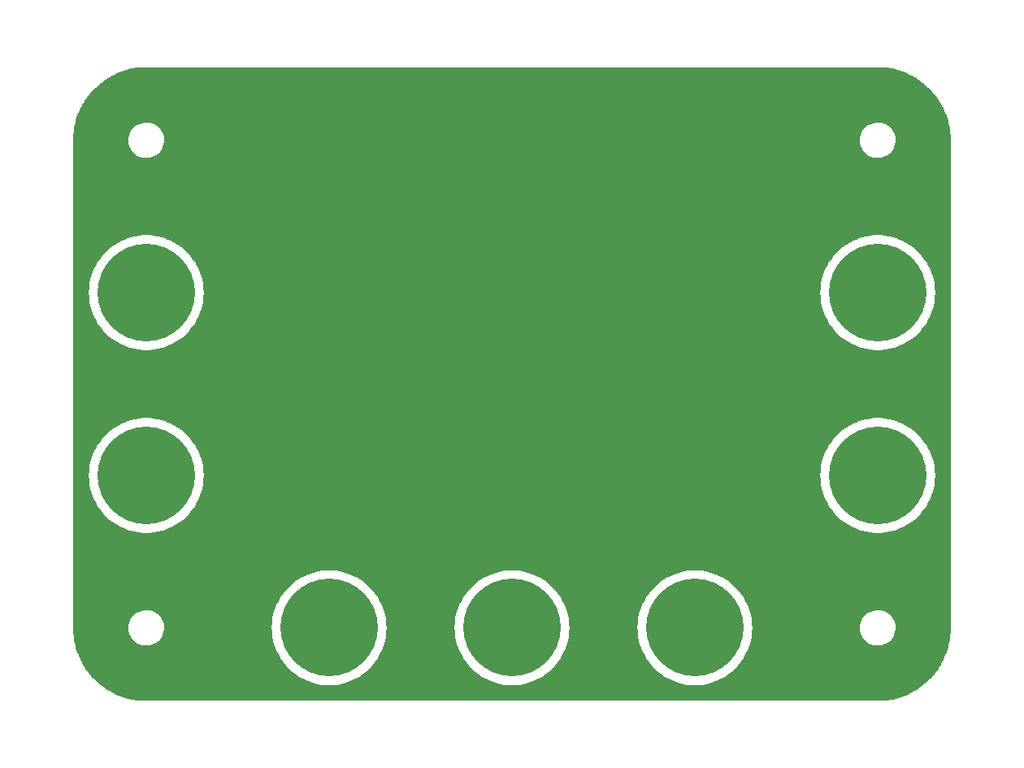
<source format=gbr>
%TF.GenerationSoftware,KiCad,Pcbnew,7.0.9*%
%TF.CreationDate,2023-11-14T16:07:15-06:00*%
%TF.ProjectId,to263-prototype,746f3236-332d-4707-926f-746f74797065,rev?*%
%TF.SameCoordinates,Original*%
%TF.FileFunction,Copper,L2,Bot*%
%TF.FilePolarity,Positive*%
%FSLAX46Y46*%
G04 Gerber Fmt 4.6, Leading zero omitted, Abs format (unit mm)*
G04 Created by KiCad (PCBNEW 7.0.9) date 2023-11-14 16:07:15*
%MOMM*%
%LPD*%
G01*
G04 APERTURE LIST*
%TA.AperFunction,ComponentPad*%
%ADD10C,10.160000*%
%TD*%
G04 APERTURE END LIST*
D10*
%TO.P,J8,1,Pin_1*%
%TO.N,GND*%
X69850000Y-50800000D03*
%TD*%
%TO.P,J4,1,Pin_1*%
%TO.N,Net-(J4-Pin_1)*%
X88900000Y-101600000D03*
%TD*%
%TO.P,J1,1,Pin_1*%
%TO.N,Net-(J1-Pin_1)*%
X50800000Y-66675000D03*
%TD*%
%TO.P,J3,1,Pin_1*%
%TO.N,Net-(J3-Pin_1)*%
X69850000Y-101600000D03*
%TD*%
%TO.P,J6,1,Pin_1*%
%TO.N,Net-(J6-Pin_1)*%
X127000000Y-85725000D03*
%TD*%
%TO.P,J5,1,Pin_1*%
%TO.N,Net-(J5-Pin_1)*%
X107950000Y-101600000D03*
%TD*%
%TO.P,J2,1,Pin_1*%
%TO.N,Net-(J2-Pin_1)*%
X50800000Y-85725000D03*
%TD*%
%TO.P,J7,1,Pin_1*%
%TO.N,Net-(J7-Pin_1)*%
X127000000Y-66675000D03*
%TD*%
%TA.AperFunction,Conductor*%
%TO.N,GND*%
G36*
X127322140Y-43191504D02*
G01*
X127522520Y-43198661D01*
X127526580Y-43198942D01*
X127814973Y-43228589D01*
X128051748Y-43254046D01*
X128055619Y-43254588D01*
X128334032Y-43302592D01*
X128575786Y-43346209D01*
X128579345Y-43346963D01*
X128841257Y-43410789D01*
X128850934Y-43413148D01*
X129092051Y-43474689D01*
X129095400Y-43475647D01*
X129360331Y-43559732D01*
X129598091Y-43638866D01*
X129601205Y-43639999D01*
X129715553Y-43685091D01*
X129858831Y-43741592D01*
X130091402Y-43837927D01*
X130094269Y-43839202D01*
X130251768Y-43914105D01*
X130343806Y-43957877D01*
X130569576Y-44070889D01*
X130572211Y-44072288D01*
X130812732Y-44207526D01*
X130898176Y-44258221D01*
X131030359Y-44336650D01*
X131032709Y-44338117D01*
X131163888Y-44424157D01*
X131263229Y-44489315D01*
X131263251Y-44489329D01*
X131472485Y-44634603D01*
X131693115Y-44801912D01*
X131891579Y-44961844D01*
X131996099Y-45052980D01*
X132100199Y-45143751D01*
X132286816Y-45317497D01*
X132482502Y-45513183D01*
X132656248Y-45699800D01*
X132708860Y-45760137D01*
X132838158Y-45908423D01*
X132947881Y-46044582D01*
X132998087Y-46106884D01*
X133165396Y-46327514D01*
X133310670Y-46536748D01*
X133461881Y-46767289D01*
X133463359Y-46769656D01*
X133592473Y-46987267D01*
X133727710Y-47227787D01*
X133729109Y-47230422D01*
X133842122Y-47456193D01*
X133960786Y-47705706D01*
X133962076Y-47708608D01*
X134058414Y-47941188D01*
X134159999Y-48198793D01*
X134161150Y-48201959D01*
X134240283Y-48439717D01*
X134324340Y-48704561D01*
X134325319Y-48707984D01*
X134386851Y-48949065D01*
X134453021Y-49220589D01*
X134453799Y-49224261D01*
X134497418Y-49466026D01*
X134545410Y-49744381D01*
X134545957Y-49748288D01*
X134571425Y-49985174D01*
X134601053Y-50273378D01*
X134601338Y-50277506D01*
X134608507Y-50478225D01*
X134619500Y-50800001D01*
X134619500Y-101599999D01*
X134608507Y-101921774D01*
X134601338Y-102122492D01*
X134601053Y-102126620D01*
X134571425Y-102414825D01*
X134545957Y-102651710D01*
X134545410Y-102655617D01*
X134497418Y-102933973D01*
X134453799Y-103175737D01*
X134453021Y-103179409D01*
X134386851Y-103450934D01*
X134325319Y-103692014D01*
X134324340Y-103695437D01*
X134240283Y-103960282D01*
X134161150Y-104198039D01*
X134160000Y-104201205D01*
X134058414Y-104458811D01*
X133962076Y-104691390D01*
X133960786Y-104694292D01*
X133842122Y-104943806D01*
X133729109Y-105169576D01*
X133727710Y-105172211D01*
X133592473Y-105412732D01*
X133463359Y-105630342D01*
X133461881Y-105632709D01*
X133310670Y-105863251D01*
X133165396Y-106072485D01*
X132998087Y-106293115D01*
X132838151Y-106491585D01*
X132656248Y-106700199D01*
X132482502Y-106886816D01*
X132286816Y-107082502D01*
X132100199Y-107256248D01*
X131891585Y-107438151D01*
X131693115Y-107598087D01*
X131472485Y-107765396D01*
X131263251Y-107910670D01*
X131032709Y-108061881D01*
X131030342Y-108063359D01*
X130812732Y-108192473D01*
X130572211Y-108327710D01*
X130569576Y-108329109D01*
X130343806Y-108442122D01*
X130094292Y-108560786D01*
X130091390Y-108562076D01*
X129858811Y-108658414D01*
X129601205Y-108760000D01*
X129598039Y-108761150D01*
X129360282Y-108840283D01*
X129095437Y-108924340D01*
X129092014Y-108925319D01*
X128850934Y-108986851D01*
X128579409Y-109053021D01*
X128575737Y-109053799D01*
X128333973Y-109097418D01*
X128055617Y-109145410D01*
X128051710Y-109145957D01*
X127814825Y-109171425D01*
X127526620Y-109201053D01*
X127522492Y-109201338D01*
X127321774Y-109208507D01*
X126999999Y-109219500D01*
X50800001Y-109219500D01*
X50478225Y-109208507D01*
X50277506Y-109201338D01*
X50273378Y-109201053D01*
X49985174Y-109171425D01*
X49748288Y-109145957D01*
X49744381Y-109145410D01*
X49466026Y-109097418D01*
X49224261Y-109053799D01*
X49220604Y-109053024D01*
X49119381Y-109028356D01*
X48949065Y-108986851D01*
X48707984Y-108925319D01*
X48704561Y-108924340D01*
X48439717Y-108840283D01*
X48201950Y-108761146D01*
X48198793Y-108759999D01*
X47941188Y-108658414D01*
X47708608Y-108562076D01*
X47705706Y-108560786D01*
X47456193Y-108442122D01*
X47230422Y-108329109D01*
X47227787Y-108327710D01*
X46987267Y-108192473D01*
X46769656Y-108063359D01*
X46767289Y-108061881D01*
X46536748Y-107910670D01*
X46327514Y-107765396D01*
X46106884Y-107598087D01*
X46023367Y-107530785D01*
X45908423Y-107438158D01*
X45760137Y-107308860D01*
X45699800Y-107256248D01*
X45513183Y-107082502D01*
X45317497Y-106886816D01*
X45143751Y-106700199D01*
X45066097Y-106611142D01*
X44961844Y-106491579D01*
X44801912Y-106293115D01*
X44634603Y-106072485D01*
X44489329Y-105863251D01*
X44338117Y-105632709D01*
X44336650Y-105630359D01*
X44207526Y-105412732D01*
X44072288Y-105172211D01*
X44070889Y-105169576D01*
X43957877Y-104943806D01*
X43918755Y-104861545D01*
X43839202Y-104694270D01*
X43837922Y-104691390D01*
X43741585Y-104458811D01*
X43639999Y-104201205D01*
X43638866Y-104198091D01*
X43559732Y-103960331D01*
X43475647Y-103695400D01*
X43474689Y-103692051D01*
X43413148Y-103450934D01*
X43402031Y-103405316D01*
X43346963Y-103179345D01*
X43346209Y-103175786D01*
X43302592Y-102934032D01*
X43254588Y-102655617D01*
X43254046Y-102651748D01*
X43228574Y-102414825D01*
X43198942Y-102126580D01*
X43198661Y-102122520D01*
X43191492Y-101921774D01*
X43182815Y-101667763D01*
X48945787Y-101667763D01*
X48975413Y-101937013D01*
X48975415Y-101937024D01*
X49024982Y-102126620D01*
X49043928Y-102199088D01*
X49149870Y-102448390D01*
X49216981Y-102558355D01*
X49290979Y-102679605D01*
X49290986Y-102679615D01*
X49464253Y-102887819D01*
X49464259Y-102887824D01*
X49515765Y-102933973D01*
X49665998Y-103068582D01*
X49891910Y-103218044D01*
X50137176Y-103333020D01*
X50137183Y-103333022D01*
X50137185Y-103333023D01*
X50396557Y-103411057D01*
X50396564Y-103411058D01*
X50396569Y-103411060D01*
X50664561Y-103450500D01*
X50664566Y-103450500D01*
X50867636Y-103450500D01*
X50919133Y-103446730D01*
X51070156Y-103435677D01*
X51206451Y-103405316D01*
X51334546Y-103376782D01*
X51334548Y-103376781D01*
X51334553Y-103376780D01*
X51587558Y-103280014D01*
X51823777Y-103147441D01*
X52038177Y-102981888D01*
X52226186Y-102786881D01*
X52383799Y-102566579D01*
X52479850Y-102379759D01*
X52507649Y-102325690D01*
X52507651Y-102325684D01*
X52507656Y-102325675D01*
X52595118Y-102069305D01*
X52644319Y-101802933D01*
X52651735Y-101600000D01*
X63875655Y-101600000D01*
X63895028Y-102080735D01*
X63909398Y-102199082D01*
X63953021Y-102558355D01*
X63953021Y-102558354D01*
X64021862Y-102895557D01*
X64049259Y-103029754D01*
X64183116Y-103491884D01*
X64340418Y-103906657D01*
X64353730Y-103941756D01*
X64362521Y-103960282D01*
X64559980Y-104376417D01*
X64741830Y-104691390D01*
X64800548Y-104793091D01*
X64856940Y-104874788D01*
X65073853Y-105189042D01*
X65378139Y-105561724D01*
X65711426Y-105908712D01*
X66071553Y-106227757D01*
X66422643Y-106491585D01*
X66456188Y-106516792D01*
X66862830Y-106773937D01*
X66862831Y-106773937D01*
X67277649Y-106991650D01*
X67288853Y-106997530D01*
X67488291Y-107082502D01*
X67731468Y-107186110D01*
X67731470Y-107186110D01*
X67731478Y-107186114D01*
X67913002Y-107246715D01*
X68187833Y-107338467D01*
X68187836Y-107338467D01*
X68187836Y-107338468D01*
X68654976Y-107453607D01*
X69129870Y-107530785D01*
X69129871Y-107530785D01*
X69609435Y-107569500D01*
X69609437Y-107569500D01*
X70090565Y-107569500D01*
X70570129Y-107530785D01*
X70570130Y-107530785D01*
X71045024Y-107453607D01*
X71512164Y-107338468D01*
X71512164Y-107338467D01*
X71512167Y-107338467D01*
X71786997Y-107246715D01*
X71968522Y-107186114D01*
X71968529Y-107186110D01*
X71968532Y-107186110D01*
X72211709Y-107082502D01*
X72411147Y-106997530D01*
X72422351Y-106991650D01*
X72837169Y-106773937D01*
X72837170Y-106773937D01*
X73243812Y-106516792D01*
X73277357Y-106491585D01*
X73628447Y-106227757D01*
X73988574Y-105908712D01*
X74321861Y-105561724D01*
X74626147Y-105189042D01*
X74843060Y-104874788D01*
X74899452Y-104793091D01*
X74958170Y-104691390D01*
X75140020Y-104376417D01*
X75337479Y-103960282D01*
X75346270Y-103941756D01*
X75359582Y-103906657D01*
X75516884Y-103491884D01*
X75650741Y-103029754D01*
X75678138Y-102895557D01*
X75746979Y-102558354D01*
X75746979Y-102558355D01*
X75790602Y-102199082D01*
X75804972Y-102080735D01*
X75824345Y-101600000D01*
X82925655Y-101600000D01*
X82945028Y-102080735D01*
X82959398Y-102199082D01*
X83003021Y-102558355D01*
X83003021Y-102558354D01*
X83071862Y-102895557D01*
X83099259Y-103029754D01*
X83233116Y-103491884D01*
X83390418Y-103906657D01*
X83403730Y-103941756D01*
X83412521Y-103960282D01*
X83609980Y-104376417D01*
X83791830Y-104691390D01*
X83850548Y-104793091D01*
X83906940Y-104874788D01*
X84123853Y-105189042D01*
X84428139Y-105561724D01*
X84761426Y-105908712D01*
X85121553Y-106227757D01*
X85472643Y-106491585D01*
X85506188Y-106516792D01*
X85912830Y-106773937D01*
X85912831Y-106773937D01*
X86327649Y-106991650D01*
X86338853Y-106997530D01*
X86538291Y-107082502D01*
X86781468Y-107186110D01*
X86781470Y-107186110D01*
X86781478Y-107186114D01*
X86963002Y-107246715D01*
X87237833Y-107338467D01*
X87237836Y-107338467D01*
X87237836Y-107338468D01*
X87704976Y-107453607D01*
X88179870Y-107530785D01*
X88179871Y-107530785D01*
X88659435Y-107569500D01*
X88659437Y-107569500D01*
X89140565Y-107569500D01*
X89620129Y-107530785D01*
X89620130Y-107530785D01*
X90095024Y-107453607D01*
X90562164Y-107338468D01*
X90562164Y-107338467D01*
X90562167Y-107338467D01*
X90836997Y-107246715D01*
X91018522Y-107186114D01*
X91018529Y-107186110D01*
X91018532Y-107186110D01*
X91261709Y-107082502D01*
X91461147Y-106997530D01*
X91472351Y-106991650D01*
X91887169Y-106773937D01*
X91887170Y-106773937D01*
X92293812Y-106516792D01*
X92327357Y-106491585D01*
X92678447Y-106227757D01*
X93038574Y-105908712D01*
X93371861Y-105561724D01*
X93676147Y-105189042D01*
X93893060Y-104874788D01*
X93949452Y-104793091D01*
X94008170Y-104691390D01*
X94190020Y-104376417D01*
X94387479Y-103960282D01*
X94396270Y-103941756D01*
X94409582Y-103906657D01*
X94566884Y-103491884D01*
X94700741Y-103029754D01*
X94728138Y-102895557D01*
X94796979Y-102558354D01*
X94796979Y-102558355D01*
X94840602Y-102199082D01*
X94854972Y-102080735D01*
X94874345Y-101600000D01*
X101975655Y-101600000D01*
X101995028Y-102080735D01*
X102009398Y-102199082D01*
X102053021Y-102558355D01*
X102053021Y-102558354D01*
X102121862Y-102895557D01*
X102149259Y-103029754D01*
X102283116Y-103491884D01*
X102440418Y-103906657D01*
X102453730Y-103941756D01*
X102462521Y-103960282D01*
X102659980Y-104376417D01*
X102841830Y-104691390D01*
X102900548Y-104793091D01*
X102956940Y-104874788D01*
X103173853Y-105189042D01*
X103478139Y-105561724D01*
X103811426Y-105908712D01*
X104171553Y-106227757D01*
X104522643Y-106491585D01*
X104556188Y-106516792D01*
X104962830Y-106773937D01*
X104962831Y-106773937D01*
X105377649Y-106991650D01*
X105388853Y-106997530D01*
X105588291Y-107082502D01*
X105831468Y-107186110D01*
X105831470Y-107186110D01*
X105831478Y-107186114D01*
X106013002Y-107246715D01*
X106287833Y-107338467D01*
X106287836Y-107338467D01*
X106287836Y-107338468D01*
X106754976Y-107453607D01*
X107229870Y-107530785D01*
X107229871Y-107530785D01*
X107709435Y-107569500D01*
X107709437Y-107569500D01*
X108190565Y-107569500D01*
X108670129Y-107530785D01*
X108670130Y-107530785D01*
X109145024Y-107453607D01*
X109612164Y-107338468D01*
X109612164Y-107338467D01*
X109612167Y-107338467D01*
X109886997Y-107246715D01*
X110068522Y-107186114D01*
X110068529Y-107186110D01*
X110068532Y-107186110D01*
X110311709Y-107082502D01*
X110511147Y-106997530D01*
X110522351Y-106991650D01*
X110937169Y-106773937D01*
X110937170Y-106773937D01*
X111343812Y-106516792D01*
X111377357Y-106491585D01*
X111728447Y-106227757D01*
X112088574Y-105908712D01*
X112421861Y-105561724D01*
X112726147Y-105189042D01*
X112943060Y-104874788D01*
X112999452Y-104793091D01*
X113058170Y-104691390D01*
X113240020Y-104376417D01*
X113437479Y-103960282D01*
X113446270Y-103941756D01*
X113459582Y-103906657D01*
X113616884Y-103491884D01*
X113750741Y-103029754D01*
X113778138Y-102895557D01*
X113846979Y-102558354D01*
X113846979Y-102558355D01*
X113890602Y-102199082D01*
X113904972Y-102080735D01*
X113921614Y-101667763D01*
X125145787Y-101667763D01*
X125175413Y-101937013D01*
X125175415Y-101937024D01*
X125224982Y-102126620D01*
X125243928Y-102199088D01*
X125349870Y-102448390D01*
X125416981Y-102558355D01*
X125490979Y-102679605D01*
X125490986Y-102679615D01*
X125664253Y-102887819D01*
X125664259Y-102887824D01*
X125715765Y-102933973D01*
X125865998Y-103068582D01*
X126091910Y-103218044D01*
X126337176Y-103333020D01*
X126337183Y-103333022D01*
X126337185Y-103333023D01*
X126596557Y-103411057D01*
X126596564Y-103411058D01*
X126596569Y-103411060D01*
X126864561Y-103450500D01*
X126864566Y-103450500D01*
X127067636Y-103450500D01*
X127119133Y-103446730D01*
X127270156Y-103435677D01*
X127406451Y-103405316D01*
X127534546Y-103376782D01*
X127534548Y-103376781D01*
X127534553Y-103376780D01*
X127787558Y-103280014D01*
X128023777Y-103147441D01*
X128238177Y-102981888D01*
X128426186Y-102786881D01*
X128583799Y-102566579D01*
X128679850Y-102379759D01*
X128707649Y-102325690D01*
X128707651Y-102325684D01*
X128707656Y-102325675D01*
X128795118Y-102069305D01*
X128844319Y-101802933D01*
X128854212Y-101532235D01*
X128824586Y-101262982D01*
X128756072Y-101000912D01*
X128650130Y-100751610D01*
X128509018Y-100520390D01*
X128419747Y-100413119D01*
X128335746Y-100312180D01*
X128335740Y-100312175D01*
X128134002Y-100131418D01*
X127908092Y-99981957D01*
X127908090Y-99981956D01*
X127662824Y-99866980D01*
X127662819Y-99866978D01*
X127662814Y-99866976D01*
X127403442Y-99788942D01*
X127403428Y-99788939D01*
X127287791Y-99771921D01*
X127135439Y-99749500D01*
X126932369Y-99749500D01*
X126932364Y-99749500D01*
X126729844Y-99764323D01*
X126729831Y-99764325D01*
X126465453Y-99823217D01*
X126465446Y-99823220D01*
X126212439Y-99919987D01*
X125976226Y-100052557D01*
X125761822Y-100218112D01*
X125573822Y-100413109D01*
X125573816Y-100413116D01*
X125416202Y-100633419D01*
X125416199Y-100633424D01*
X125292350Y-100874309D01*
X125292343Y-100874327D01*
X125204884Y-101130685D01*
X125204881Y-101130699D01*
X125155681Y-101397068D01*
X125155680Y-101397075D01*
X125145787Y-101667763D01*
X113921614Y-101667763D01*
X113924345Y-101600000D01*
X113904972Y-101119265D01*
X113846979Y-100641648D01*
X113846979Y-100641646D01*
X113846978Y-100641645D01*
X113750740Y-100170241D01*
X113616884Y-99708116D01*
X113446275Y-99258256D01*
X113446272Y-99258251D01*
X113446270Y-99258244D01*
X113333599Y-99020797D01*
X113240020Y-98823583D01*
X112999457Y-98406917D01*
X112999454Y-98406913D01*
X112999452Y-98406909D01*
X112911359Y-98279285D01*
X112726147Y-98010958D01*
X112421861Y-97638276D01*
X112088574Y-97291288D01*
X111728447Y-96972243D01*
X111343815Y-96683210D01*
X110937173Y-96426065D01*
X110937170Y-96426063D01*
X110937169Y-96426063D01*
X110511147Y-96202470D01*
X110183872Y-96063031D01*
X110068532Y-96013890D01*
X110068529Y-96013889D01*
X110068522Y-96013886D01*
X109886997Y-95953284D01*
X109612167Y-95861533D01*
X109612164Y-95861532D01*
X109145024Y-95746393D01*
X108670130Y-95669215D01*
X108670129Y-95669215D01*
X108190565Y-95630500D01*
X108190563Y-95630500D01*
X107709437Y-95630500D01*
X107709435Y-95630500D01*
X107229871Y-95669215D01*
X107229870Y-95669215D01*
X106754976Y-95746393D01*
X106287836Y-95861532D01*
X106287833Y-95861533D01*
X106013002Y-95953284D01*
X105831478Y-96013886D01*
X105831470Y-96013889D01*
X105831468Y-96013890D01*
X105716128Y-96063031D01*
X105388853Y-96202470D01*
X104962832Y-96426063D01*
X104962831Y-96426063D01*
X104962828Y-96426065D01*
X104556185Y-96683210D01*
X104171553Y-96972243D01*
X103811426Y-97291288D01*
X103478139Y-97638276D01*
X103173853Y-98010958D01*
X102988640Y-98279285D01*
X102900548Y-98406909D01*
X102900545Y-98406913D01*
X102900543Y-98406917D01*
X102659980Y-98823583D01*
X102566400Y-99020797D01*
X102453730Y-99258244D01*
X102453727Y-99258251D01*
X102453725Y-99258256D01*
X102283116Y-99708116D01*
X102149260Y-100170241D01*
X102053021Y-100641645D01*
X102053021Y-100641646D01*
X102053021Y-100641648D01*
X101995028Y-101119265D01*
X101975655Y-101600000D01*
X94874345Y-101600000D01*
X94854972Y-101119265D01*
X94796979Y-100641648D01*
X94796979Y-100641646D01*
X94796978Y-100641645D01*
X94700740Y-100170241D01*
X94566884Y-99708116D01*
X94396275Y-99258256D01*
X94396272Y-99258251D01*
X94396270Y-99258244D01*
X94283599Y-99020797D01*
X94190020Y-98823583D01*
X93949457Y-98406917D01*
X93949454Y-98406913D01*
X93949452Y-98406909D01*
X93861359Y-98279285D01*
X93676147Y-98010958D01*
X93371861Y-97638276D01*
X93038574Y-97291288D01*
X92678447Y-96972243D01*
X92293815Y-96683210D01*
X91887173Y-96426065D01*
X91887170Y-96426063D01*
X91887169Y-96426063D01*
X91461147Y-96202470D01*
X91133872Y-96063031D01*
X91018532Y-96013890D01*
X91018529Y-96013889D01*
X91018522Y-96013886D01*
X90836997Y-95953284D01*
X90562167Y-95861533D01*
X90562164Y-95861532D01*
X90095024Y-95746393D01*
X89620130Y-95669215D01*
X89620129Y-95669215D01*
X89140565Y-95630500D01*
X89140563Y-95630500D01*
X88659437Y-95630500D01*
X88659435Y-95630500D01*
X88179871Y-95669215D01*
X88179870Y-95669215D01*
X87704976Y-95746393D01*
X87237836Y-95861532D01*
X87237833Y-95861533D01*
X86963002Y-95953284D01*
X86781478Y-96013886D01*
X86781470Y-96013889D01*
X86781468Y-96013890D01*
X86666128Y-96063031D01*
X86338853Y-96202470D01*
X85912832Y-96426063D01*
X85912831Y-96426063D01*
X85912828Y-96426065D01*
X85506185Y-96683210D01*
X85121553Y-96972243D01*
X84761426Y-97291288D01*
X84428139Y-97638276D01*
X84123853Y-98010958D01*
X83938640Y-98279285D01*
X83850548Y-98406909D01*
X83850545Y-98406913D01*
X83850543Y-98406917D01*
X83609980Y-98823583D01*
X83516400Y-99020797D01*
X83403730Y-99258244D01*
X83403727Y-99258251D01*
X83403725Y-99258256D01*
X83233116Y-99708116D01*
X83099260Y-100170241D01*
X83003021Y-100641645D01*
X83003021Y-100641646D01*
X83003021Y-100641648D01*
X82945028Y-101119265D01*
X82925655Y-101600000D01*
X75824345Y-101600000D01*
X75804972Y-101119265D01*
X75746979Y-100641648D01*
X75746979Y-100641646D01*
X75746978Y-100641645D01*
X75650740Y-100170241D01*
X75516884Y-99708116D01*
X75346275Y-99258256D01*
X75346272Y-99258251D01*
X75346270Y-99258244D01*
X75233599Y-99020797D01*
X75140020Y-98823583D01*
X74899457Y-98406917D01*
X74899454Y-98406913D01*
X74899452Y-98406909D01*
X74811359Y-98279285D01*
X74626147Y-98010958D01*
X74321861Y-97638276D01*
X73988574Y-97291288D01*
X73628447Y-96972243D01*
X73243815Y-96683210D01*
X72837173Y-96426065D01*
X72837170Y-96426063D01*
X72837169Y-96426063D01*
X72411147Y-96202470D01*
X72083872Y-96063031D01*
X71968532Y-96013890D01*
X71968529Y-96013889D01*
X71968522Y-96013886D01*
X71786997Y-95953284D01*
X71512167Y-95861533D01*
X71512164Y-95861532D01*
X71045024Y-95746393D01*
X70570130Y-95669215D01*
X70570129Y-95669215D01*
X70090565Y-95630500D01*
X70090563Y-95630500D01*
X69609437Y-95630500D01*
X69609435Y-95630500D01*
X69129871Y-95669215D01*
X69129870Y-95669215D01*
X68654976Y-95746393D01*
X68187836Y-95861532D01*
X68187833Y-95861533D01*
X67913002Y-95953284D01*
X67731478Y-96013886D01*
X67731470Y-96013889D01*
X67731468Y-96013890D01*
X67616128Y-96063031D01*
X67288853Y-96202470D01*
X66862832Y-96426063D01*
X66862831Y-96426063D01*
X66862828Y-96426065D01*
X66456185Y-96683210D01*
X66071553Y-96972243D01*
X65711426Y-97291288D01*
X65378139Y-97638276D01*
X65073853Y-98010958D01*
X64888640Y-98279285D01*
X64800548Y-98406909D01*
X64800545Y-98406913D01*
X64800543Y-98406917D01*
X64559980Y-98823583D01*
X64466400Y-99020797D01*
X64353730Y-99258244D01*
X64353727Y-99258251D01*
X64353725Y-99258256D01*
X64183116Y-99708116D01*
X64049260Y-100170241D01*
X63953021Y-100641645D01*
X63953021Y-100641646D01*
X63953021Y-100641648D01*
X63895028Y-101119265D01*
X63875655Y-101600000D01*
X52651735Y-101600000D01*
X52654212Y-101532235D01*
X52624586Y-101262982D01*
X52556072Y-101000912D01*
X52450130Y-100751610D01*
X52309018Y-100520390D01*
X52219747Y-100413119D01*
X52135746Y-100312180D01*
X52135740Y-100312175D01*
X51934002Y-100131418D01*
X51708092Y-99981957D01*
X51708090Y-99981956D01*
X51462824Y-99866980D01*
X51462819Y-99866978D01*
X51462814Y-99866976D01*
X51203442Y-99788942D01*
X51203428Y-99788939D01*
X51087791Y-99771921D01*
X50935439Y-99749500D01*
X50732369Y-99749500D01*
X50732364Y-99749500D01*
X50529844Y-99764323D01*
X50529831Y-99764325D01*
X50265453Y-99823217D01*
X50265446Y-99823220D01*
X50012439Y-99919987D01*
X49776226Y-100052557D01*
X49561822Y-100218112D01*
X49373822Y-100413109D01*
X49373816Y-100413116D01*
X49216202Y-100633419D01*
X49216199Y-100633424D01*
X49092350Y-100874309D01*
X49092343Y-100874327D01*
X49004884Y-101130685D01*
X49004881Y-101130699D01*
X48955681Y-101397068D01*
X48955680Y-101397075D01*
X48945787Y-101667763D01*
X43182815Y-101667763D01*
X43180500Y-101600000D01*
X43180500Y-101599500D01*
X43180500Y-85725001D01*
X44825655Y-85725001D01*
X44845028Y-86205734D01*
X44903021Y-86683355D01*
X44903021Y-86683354D01*
X44999259Y-87154754D01*
X45133116Y-87616884D01*
X45133119Y-87616893D01*
X45303730Y-88066756D01*
X45416400Y-88304202D01*
X45509980Y-88501417D01*
X45509982Y-88501420D01*
X45750548Y-88918091D01*
X45838640Y-89045714D01*
X46023853Y-89314042D01*
X46328139Y-89686724D01*
X46328142Y-89686727D01*
X46661427Y-90033713D01*
X47021553Y-90352757D01*
X47406188Y-90641792D01*
X47812830Y-90898937D01*
X47812831Y-90898937D01*
X48238853Y-91122530D01*
X48566128Y-91261968D01*
X48681468Y-91311110D01*
X48681470Y-91311110D01*
X48681478Y-91311114D01*
X48863002Y-91371715D01*
X49137833Y-91463467D01*
X49137836Y-91463467D01*
X49137836Y-91463468D01*
X49604976Y-91578607D01*
X50079870Y-91655785D01*
X50079871Y-91655785D01*
X50559435Y-91694500D01*
X50559437Y-91694500D01*
X51040565Y-91694500D01*
X51520129Y-91655785D01*
X51520130Y-91655785D01*
X51995024Y-91578607D01*
X52462164Y-91463468D01*
X52462164Y-91463467D01*
X52462167Y-91463467D01*
X52736997Y-91371715D01*
X52918522Y-91311114D01*
X52918529Y-91311110D01*
X52918532Y-91311110D01*
X53033872Y-91261968D01*
X53361147Y-91122530D01*
X53787169Y-90898937D01*
X53787170Y-90898937D01*
X54193812Y-90641792D01*
X54578447Y-90352757D01*
X54938573Y-90033713D01*
X55271858Y-89686727D01*
X55271857Y-89686727D01*
X55271861Y-89686724D01*
X55576147Y-89314042D01*
X55761359Y-89045714D01*
X55849452Y-88918091D01*
X56090018Y-88501420D01*
X56090020Y-88501417D01*
X56183599Y-88304202D01*
X56296270Y-88066756D01*
X56466881Y-87616893D01*
X56466884Y-87616884D01*
X56600741Y-87154754D01*
X56696979Y-86683354D01*
X56696979Y-86683355D01*
X56754972Y-86205734D01*
X56774345Y-85725001D01*
X121025655Y-85725001D01*
X121045028Y-86205734D01*
X121103021Y-86683355D01*
X121103021Y-86683354D01*
X121199259Y-87154754D01*
X121333116Y-87616884D01*
X121333119Y-87616893D01*
X121503730Y-88066756D01*
X121616400Y-88304202D01*
X121709980Y-88501417D01*
X121709982Y-88501420D01*
X121950548Y-88918091D01*
X122038640Y-89045714D01*
X122223853Y-89314042D01*
X122528139Y-89686724D01*
X122528142Y-89686727D01*
X122861427Y-90033713D01*
X123221553Y-90352757D01*
X123606188Y-90641792D01*
X124012830Y-90898937D01*
X124012831Y-90898937D01*
X124438853Y-91122530D01*
X124766128Y-91261968D01*
X124881468Y-91311110D01*
X124881470Y-91311110D01*
X124881478Y-91311114D01*
X125063002Y-91371715D01*
X125337833Y-91463467D01*
X125337836Y-91463467D01*
X125337836Y-91463468D01*
X125804976Y-91578607D01*
X126279870Y-91655785D01*
X126279871Y-91655785D01*
X126759435Y-91694500D01*
X126759437Y-91694500D01*
X127240565Y-91694500D01*
X127720129Y-91655785D01*
X127720130Y-91655785D01*
X128195024Y-91578607D01*
X128662164Y-91463468D01*
X128662164Y-91463467D01*
X128662167Y-91463467D01*
X128936997Y-91371715D01*
X129118522Y-91311114D01*
X129118529Y-91311110D01*
X129118532Y-91311110D01*
X129233872Y-91261968D01*
X129561147Y-91122530D01*
X129987169Y-90898937D01*
X129987170Y-90898937D01*
X130393812Y-90641792D01*
X130778447Y-90352757D01*
X131138573Y-90033713D01*
X131471858Y-89686727D01*
X131471857Y-89686727D01*
X131471861Y-89686724D01*
X131776147Y-89314042D01*
X131961359Y-89045714D01*
X132049452Y-88918091D01*
X132290018Y-88501420D01*
X132290020Y-88501417D01*
X132383599Y-88304202D01*
X132496270Y-88066756D01*
X132666881Y-87616893D01*
X132666884Y-87616884D01*
X132800741Y-87154754D01*
X132896979Y-86683354D01*
X132896979Y-86683355D01*
X132954972Y-86205734D01*
X132974345Y-85725001D01*
X132974345Y-85724999D01*
X132954972Y-85244266D01*
X132896979Y-84766645D01*
X132896979Y-84766646D01*
X132800740Y-84295241D01*
X132666884Y-83833116D01*
X132496275Y-83383256D01*
X132496272Y-83383251D01*
X132496270Y-83383244D01*
X132383599Y-83145797D01*
X132290020Y-82948583D01*
X132049457Y-82531917D01*
X132049454Y-82531913D01*
X132049452Y-82531909D01*
X131961359Y-82404285D01*
X131776147Y-82135958D01*
X131471861Y-81763276D01*
X131138574Y-81416288D01*
X130778447Y-81097243D01*
X130393815Y-80808210D01*
X129987173Y-80551065D01*
X129987170Y-80551063D01*
X129987169Y-80551063D01*
X129561147Y-80327470D01*
X129233872Y-80188031D01*
X129118532Y-80138890D01*
X129118529Y-80138889D01*
X129118522Y-80138886D01*
X128936997Y-80078284D01*
X128662167Y-79986533D01*
X128662164Y-79986532D01*
X128195024Y-79871393D01*
X127720130Y-79794215D01*
X127720129Y-79794215D01*
X127240565Y-79755500D01*
X127240563Y-79755500D01*
X126759437Y-79755500D01*
X126759435Y-79755500D01*
X126279871Y-79794215D01*
X126279870Y-79794215D01*
X125804976Y-79871393D01*
X125337836Y-79986532D01*
X125337833Y-79986533D01*
X125063002Y-80078284D01*
X124881478Y-80138886D01*
X124881470Y-80138889D01*
X124881468Y-80138890D01*
X124766128Y-80188031D01*
X124438853Y-80327470D01*
X124012832Y-80551063D01*
X124012831Y-80551063D01*
X124012828Y-80551065D01*
X123606185Y-80808210D01*
X123221553Y-81097243D01*
X122861426Y-81416288D01*
X122528139Y-81763276D01*
X122223853Y-82135958D01*
X122038640Y-82404285D01*
X121950548Y-82531909D01*
X121950545Y-82531913D01*
X121950543Y-82531917D01*
X121709980Y-82948583D01*
X121616400Y-83145797D01*
X121503730Y-83383244D01*
X121503727Y-83383251D01*
X121503725Y-83383256D01*
X121333116Y-83833116D01*
X121199260Y-84295241D01*
X121103021Y-84766646D01*
X121103021Y-84766645D01*
X121045028Y-85244266D01*
X121025655Y-85724999D01*
X121025655Y-85725001D01*
X56774345Y-85725001D01*
X56774345Y-85724999D01*
X56754972Y-85244266D01*
X56696979Y-84766645D01*
X56696979Y-84766646D01*
X56600740Y-84295241D01*
X56466884Y-83833116D01*
X56296275Y-83383256D01*
X56296272Y-83383251D01*
X56296270Y-83383244D01*
X56183599Y-83145797D01*
X56090020Y-82948583D01*
X55849457Y-82531917D01*
X55849454Y-82531913D01*
X55849452Y-82531909D01*
X55761359Y-82404285D01*
X55576147Y-82135958D01*
X55271861Y-81763276D01*
X54938574Y-81416288D01*
X54578447Y-81097243D01*
X54193815Y-80808210D01*
X53787173Y-80551065D01*
X53787170Y-80551063D01*
X53787169Y-80551063D01*
X53361147Y-80327470D01*
X53033872Y-80188031D01*
X52918532Y-80138890D01*
X52918529Y-80138889D01*
X52918522Y-80138886D01*
X52736997Y-80078284D01*
X52462167Y-79986533D01*
X52462164Y-79986532D01*
X51995024Y-79871393D01*
X51520130Y-79794215D01*
X51520129Y-79794215D01*
X51040565Y-79755500D01*
X51040563Y-79755500D01*
X50559437Y-79755500D01*
X50559435Y-79755500D01*
X50079871Y-79794215D01*
X50079870Y-79794215D01*
X49604976Y-79871393D01*
X49137836Y-79986532D01*
X49137833Y-79986533D01*
X48863002Y-80078284D01*
X48681478Y-80138886D01*
X48681470Y-80138889D01*
X48681468Y-80138890D01*
X48566128Y-80188031D01*
X48238853Y-80327470D01*
X47812832Y-80551063D01*
X47812831Y-80551063D01*
X47812828Y-80551065D01*
X47406185Y-80808210D01*
X47021553Y-81097243D01*
X46661426Y-81416288D01*
X46328139Y-81763276D01*
X46023853Y-82135958D01*
X45838640Y-82404285D01*
X45750548Y-82531909D01*
X45750545Y-82531913D01*
X45750543Y-82531917D01*
X45509980Y-82948583D01*
X45416400Y-83145797D01*
X45303730Y-83383244D01*
X45303727Y-83383251D01*
X45303725Y-83383256D01*
X45133116Y-83833116D01*
X44999260Y-84295241D01*
X44903021Y-84766646D01*
X44903021Y-84766645D01*
X44845028Y-85244266D01*
X44825655Y-85724999D01*
X44825655Y-85725001D01*
X43180500Y-85725001D01*
X43180500Y-66675001D01*
X44825655Y-66675001D01*
X44845028Y-67155734D01*
X44903021Y-67633355D01*
X44903021Y-67633354D01*
X44999259Y-68104754D01*
X45133116Y-68566884D01*
X45133119Y-68566893D01*
X45303730Y-69016756D01*
X45416400Y-69254202D01*
X45509980Y-69451417D01*
X45509982Y-69451420D01*
X45750548Y-69868091D01*
X45838640Y-69995714D01*
X46023853Y-70264042D01*
X46328139Y-70636724D01*
X46328142Y-70636727D01*
X46661427Y-70983713D01*
X47021553Y-71302757D01*
X47406188Y-71591792D01*
X47812830Y-71848937D01*
X47812831Y-71848937D01*
X48238853Y-72072530D01*
X48566128Y-72211968D01*
X48681468Y-72261110D01*
X48681470Y-72261110D01*
X48681478Y-72261114D01*
X48863002Y-72321715D01*
X49137833Y-72413467D01*
X49137836Y-72413467D01*
X49137836Y-72413468D01*
X49604976Y-72528607D01*
X50079870Y-72605785D01*
X50079871Y-72605785D01*
X50559435Y-72644500D01*
X50559437Y-72644500D01*
X51040565Y-72644500D01*
X51520129Y-72605785D01*
X51520130Y-72605785D01*
X51995024Y-72528607D01*
X52462164Y-72413468D01*
X52462164Y-72413467D01*
X52462167Y-72413467D01*
X52736997Y-72321715D01*
X52918522Y-72261114D01*
X52918529Y-72261110D01*
X52918532Y-72261110D01*
X53033872Y-72211968D01*
X53361147Y-72072530D01*
X53787169Y-71848937D01*
X53787170Y-71848937D01*
X54193812Y-71591792D01*
X54578447Y-71302757D01*
X54938573Y-70983713D01*
X55271858Y-70636727D01*
X55271857Y-70636727D01*
X55271861Y-70636724D01*
X55576147Y-70264042D01*
X55761359Y-69995714D01*
X55849452Y-69868091D01*
X56090018Y-69451420D01*
X56090020Y-69451417D01*
X56183599Y-69254202D01*
X56296270Y-69016756D01*
X56466881Y-68566893D01*
X56466884Y-68566884D01*
X56600741Y-68104754D01*
X56696979Y-67633354D01*
X56696979Y-67633355D01*
X56754972Y-67155734D01*
X56774345Y-66675001D01*
X121025655Y-66675001D01*
X121045028Y-67155734D01*
X121103021Y-67633355D01*
X121103021Y-67633354D01*
X121199259Y-68104754D01*
X121333116Y-68566884D01*
X121333119Y-68566893D01*
X121503730Y-69016756D01*
X121616400Y-69254202D01*
X121709980Y-69451417D01*
X121709982Y-69451420D01*
X121950548Y-69868091D01*
X122038640Y-69995714D01*
X122223853Y-70264042D01*
X122528139Y-70636724D01*
X122528142Y-70636727D01*
X122861427Y-70983713D01*
X123221553Y-71302757D01*
X123606188Y-71591792D01*
X124012830Y-71848937D01*
X124012831Y-71848937D01*
X124438853Y-72072530D01*
X124766128Y-72211968D01*
X124881468Y-72261110D01*
X124881470Y-72261110D01*
X124881478Y-72261114D01*
X125063002Y-72321715D01*
X125337833Y-72413467D01*
X125337836Y-72413467D01*
X125337836Y-72413468D01*
X125804976Y-72528607D01*
X126279870Y-72605785D01*
X126279871Y-72605785D01*
X126759435Y-72644500D01*
X126759437Y-72644500D01*
X127240565Y-72644500D01*
X127720129Y-72605785D01*
X127720130Y-72605785D01*
X128195024Y-72528607D01*
X128662164Y-72413468D01*
X128662164Y-72413467D01*
X128662167Y-72413467D01*
X128936997Y-72321715D01*
X129118522Y-72261114D01*
X129118529Y-72261110D01*
X129118532Y-72261110D01*
X129233872Y-72211968D01*
X129561147Y-72072530D01*
X129987169Y-71848937D01*
X129987170Y-71848937D01*
X130393812Y-71591792D01*
X130778447Y-71302757D01*
X131138573Y-70983713D01*
X131471858Y-70636727D01*
X131471857Y-70636727D01*
X131471861Y-70636724D01*
X131776147Y-70264042D01*
X131961359Y-69995714D01*
X132049452Y-69868091D01*
X132290018Y-69451420D01*
X132290020Y-69451417D01*
X132383599Y-69254202D01*
X132496270Y-69016756D01*
X132666881Y-68566893D01*
X132666884Y-68566884D01*
X132800741Y-68104754D01*
X132896979Y-67633354D01*
X132896979Y-67633355D01*
X132954972Y-67155734D01*
X132974345Y-66675001D01*
X132974345Y-66674999D01*
X132954972Y-66194266D01*
X132896979Y-65716645D01*
X132896979Y-65716646D01*
X132800740Y-65245241D01*
X132666884Y-64783116D01*
X132496275Y-64333256D01*
X132496272Y-64333251D01*
X132496270Y-64333244D01*
X132383599Y-64095797D01*
X132290020Y-63898583D01*
X132049457Y-63481917D01*
X132049454Y-63481913D01*
X132049452Y-63481909D01*
X131961359Y-63354285D01*
X131776147Y-63085958D01*
X131471861Y-62713276D01*
X131138574Y-62366288D01*
X130778447Y-62047243D01*
X130393815Y-61758210D01*
X129987173Y-61501065D01*
X129987170Y-61501063D01*
X129987169Y-61501063D01*
X129561147Y-61277470D01*
X129233872Y-61138031D01*
X129118532Y-61088890D01*
X129118529Y-61088889D01*
X129118522Y-61088886D01*
X128936997Y-61028284D01*
X128662167Y-60936533D01*
X128662164Y-60936532D01*
X128195024Y-60821393D01*
X127720130Y-60744215D01*
X127720129Y-60744215D01*
X127240565Y-60705500D01*
X127240563Y-60705500D01*
X126759437Y-60705500D01*
X126759435Y-60705500D01*
X126279871Y-60744215D01*
X126279870Y-60744215D01*
X125804976Y-60821393D01*
X125337836Y-60936532D01*
X125337833Y-60936533D01*
X125063002Y-61028284D01*
X124881478Y-61088886D01*
X124881470Y-61088889D01*
X124881468Y-61088890D01*
X124766128Y-61138031D01*
X124438853Y-61277470D01*
X124012832Y-61501063D01*
X124012831Y-61501063D01*
X124012828Y-61501065D01*
X123606185Y-61758210D01*
X123221553Y-62047243D01*
X122861426Y-62366288D01*
X122528139Y-62713276D01*
X122223853Y-63085958D01*
X122038640Y-63354285D01*
X121950548Y-63481909D01*
X121950545Y-63481913D01*
X121950543Y-63481917D01*
X121709980Y-63898583D01*
X121616400Y-64095797D01*
X121503730Y-64333244D01*
X121503727Y-64333251D01*
X121503725Y-64333256D01*
X121333116Y-64783116D01*
X121199260Y-65245241D01*
X121103021Y-65716646D01*
X121103021Y-65716645D01*
X121045028Y-66194266D01*
X121025655Y-66674999D01*
X121025655Y-66675001D01*
X56774345Y-66675001D01*
X56774345Y-66674999D01*
X56754972Y-66194266D01*
X56696979Y-65716645D01*
X56696979Y-65716646D01*
X56600740Y-65245241D01*
X56466884Y-64783116D01*
X56296275Y-64333256D01*
X56296272Y-64333251D01*
X56296270Y-64333244D01*
X56183599Y-64095797D01*
X56090020Y-63898583D01*
X55849457Y-63481917D01*
X55849454Y-63481913D01*
X55849452Y-63481909D01*
X55761359Y-63354285D01*
X55576147Y-63085958D01*
X55271861Y-62713276D01*
X54938574Y-62366288D01*
X54578447Y-62047243D01*
X54193815Y-61758210D01*
X53787173Y-61501065D01*
X53787170Y-61501063D01*
X53787169Y-61501063D01*
X53361147Y-61277470D01*
X53033872Y-61138031D01*
X52918532Y-61088890D01*
X52918529Y-61088889D01*
X52918522Y-61088886D01*
X52736997Y-61028284D01*
X52462167Y-60936533D01*
X52462164Y-60936532D01*
X51995024Y-60821393D01*
X51520130Y-60744215D01*
X51520129Y-60744215D01*
X51040565Y-60705500D01*
X51040563Y-60705500D01*
X50559437Y-60705500D01*
X50559435Y-60705500D01*
X50079871Y-60744215D01*
X50079870Y-60744215D01*
X49604976Y-60821393D01*
X49137836Y-60936532D01*
X49137833Y-60936533D01*
X48863002Y-61028284D01*
X48681478Y-61088886D01*
X48681470Y-61088889D01*
X48681468Y-61088890D01*
X48566128Y-61138031D01*
X48238853Y-61277470D01*
X47812832Y-61501063D01*
X47812831Y-61501063D01*
X47812828Y-61501065D01*
X47406185Y-61758210D01*
X47021553Y-62047243D01*
X46661426Y-62366288D01*
X46328139Y-62713276D01*
X46023853Y-63085958D01*
X45838640Y-63354285D01*
X45750548Y-63481909D01*
X45750545Y-63481913D01*
X45750543Y-63481917D01*
X45509980Y-63898583D01*
X45416400Y-64095797D01*
X45303730Y-64333244D01*
X45303727Y-64333251D01*
X45303725Y-64333256D01*
X45133116Y-64783116D01*
X44999260Y-65245241D01*
X44903021Y-65716646D01*
X44903021Y-65716645D01*
X44845028Y-66194266D01*
X44825655Y-66674999D01*
X44825655Y-66675001D01*
X43180500Y-66675001D01*
X43180500Y-50867763D01*
X48945787Y-50867763D01*
X48975413Y-51137013D01*
X48975415Y-51137024D01*
X49043926Y-51399082D01*
X49043928Y-51399088D01*
X49149870Y-51648390D01*
X49221998Y-51766575D01*
X49290979Y-51879605D01*
X49290986Y-51879615D01*
X49464253Y-52087819D01*
X49464259Y-52087824D01*
X49665998Y-52268582D01*
X49891910Y-52418044D01*
X50137176Y-52533020D01*
X50137183Y-52533022D01*
X50137185Y-52533023D01*
X50396557Y-52611057D01*
X50396564Y-52611058D01*
X50396569Y-52611060D01*
X50664561Y-52650500D01*
X50664566Y-52650500D01*
X50867636Y-52650500D01*
X50919133Y-52646730D01*
X51070156Y-52635677D01*
X51182758Y-52610593D01*
X51334546Y-52576782D01*
X51334548Y-52576781D01*
X51334553Y-52576780D01*
X51587558Y-52480014D01*
X51823777Y-52347441D01*
X52038177Y-52181888D01*
X52226186Y-51986881D01*
X52383799Y-51766579D01*
X52457787Y-51622669D01*
X52507649Y-51525690D01*
X52507651Y-51525684D01*
X52507656Y-51525675D01*
X52595118Y-51269305D01*
X52644319Y-51002933D01*
X52649259Y-50867763D01*
X125145787Y-50867763D01*
X125175413Y-51137013D01*
X125175415Y-51137024D01*
X125243926Y-51399082D01*
X125243928Y-51399088D01*
X125349870Y-51648390D01*
X125421998Y-51766575D01*
X125490979Y-51879605D01*
X125490986Y-51879615D01*
X125664253Y-52087819D01*
X125664259Y-52087824D01*
X125865998Y-52268582D01*
X126091910Y-52418044D01*
X126337176Y-52533020D01*
X126337183Y-52533022D01*
X126337185Y-52533023D01*
X126596557Y-52611057D01*
X126596564Y-52611058D01*
X126596569Y-52611060D01*
X126864561Y-52650500D01*
X126864566Y-52650500D01*
X127067636Y-52650500D01*
X127119133Y-52646730D01*
X127270156Y-52635677D01*
X127382758Y-52610593D01*
X127534546Y-52576782D01*
X127534548Y-52576781D01*
X127534553Y-52576780D01*
X127787558Y-52480014D01*
X128023777Y-52347441D01*
X128238177Y-52181888D01*
X128426186Y-51986881D01*
X128583799Y-51766579D01*
X128657787Y-51622669D01*
X128707649Y-51525690D01*
X128707651Y-51525684D01*
X128707656Y-51525675D01*
X128795118Y-51269305D01*
X128844319Y-51002933D01*
X128854212Y-50732235D01*
X128824586Y-50462982D01*
X128756072Y-50200912D01*
X128650130Y-49951610D01*
X128509018Y-49720390D01*
X128419747Y-49613119D01*
X128335746Y-49512180D01*
X128335740Y-49512175D01*
X128134002Y-49331418D01*
X127908092Y-49181957D01*
X127908090Y-49181956D01*
X127662824Y-49066980D01*
X127662819Y-49066978D01*
X127662814Y-49066976D01*
X127403442Y-48988942D01*
X127403428Y-48988939D01*
X127287791Y-48971921D01*
X127135439Y-48949500D01*
X126932369Y-48949500D01*
X126932364Y-48949500D01*
X126729844Y-48964323D01*
X126729831Y-48964325D01*
X126465453Y-49023217D01*
X126465446Y-49023220D01*
X126212439Y-49119987D01*
X125976226Y-49252557D01*
X125761822Y-49418112D01*
X125573822Y-49613109D01*
X125573816Y-49613116D01*
X125416202Y-49833419D01*
X125416199Y-49833424D01*
X125292350Y-50074309D01*
X125292343Y-50074327D01*
X125204884Y-50330685D01*
X125204881Y-50330699D01*
X125155681Y-50597068D01*
X125155680Y-50597075D01*
X125145787Y-50867763D01*
X52649259Y-50867763D01*
X52654212Y-50732235D01*
X52624586Y-50462982D01*
X52556072Y-50200912D01*
X52450130Y-49951610D01*
X52309018Y-49720390D01*
X52219747Y-49613119D01*
X52135746Y-49512180D01*
X52135740Y-49512175D01*
X51934002Y-49331418D01*
X51708092Y-49181957D01*
X51708090Y-49181956D01*
X51462824Y-49066980D01*
X51462819Y-49066978D01*
X51462814Y-49066976D01*
X51203442Y-48988942D01*
X51203428Y-48988939D01*
X51087791Y-48971921D01*
X50935439Y-48949500D01*
X50732369Y-48949500D01*
X50732364Y-48949500D01*
X50529844Y-48964323D01*
X50529831Y-48964325D01*
X50265453Y-49023217D01*
X50265446Y-49023220D01*
X50012439Y-49119987D01*
X49776226Y-49252557D01*
X49561822Y-49418112D01*
X49373822Y-49613109D01*
X49373816Y-49613116D01*
X49216202Y-49833419D01*
X49216199Y-49833424D01*
X49092350Y-50074309D01*
X49092343Y-50074327D01*
X49004884Y-50330685D01*
X49004881Y-50330699D01*
X48955681Y-50597068D01*
X48955680Y-50597075D01*
X48945787Y-50867763D01*
X43180500Y-50867763D01*
X43180500Y-50800000D01*
X43191498Y-50478044D01*
X43198662Y-50277475D01*
X43198941Y-50273423D01*
X43228583Y-49985081D01*
X43254047Y-49748242D01*
X43254588Y-49744380D01*
X43258724Y-49720394D01*
X43302600Y-49465918D01*
X43346212Y-49224199D01*
X43346960Y-49220667D01*
X43413151Y-48949050D01*
X43474694Y-48707930D01*
X43475641Y-48704617D01*
X43559725Y-48439689D01*
X43638874Y-48201885D01*
X43639999Y-48198793D01*
X43717306Y-48002757D01*
X43741592Y-47941168D01*
X43837939Y-47708568D01*
X43839188Y-47705759D01*
X43957879Y-47456187D01*
X44070907Y-47230387D01*
X44072272Y-47227815D01*
X44207530Y-46987259D01*
X44336662Y-46769619D01*
X44338101Y-46767313D01*
X44489345Y-46536724D01*
X44634588Y-46327534D01*
X44801919Y-46106875D01*
X44961840Y-45908424D01*
X45143758Y-45699792D01*
X45317483Y-45513197D01*
X45513197Y-45317483D01*
X45699784Y-45143765D01*
X45908424Y-44961840D01*
X46106875Y-44801919D01*
X46327534Y-44634588D01*
X46536724Y-44489345D01*
X46767313Y-44338101D01*
X46769619Y-44336662D01*
X46987232Y-44207545D01*
X47227815Y-44072272D01*
X47230387Y-44070907D01*
X47456167Y-43957889D01*
X47705759Y-43839188D01*
X47708568Y-43837939D01*
X47941162Y-43741595D01*
X48198808Y-43639993D01*
X48201885Y-43638874D01*
X48439689Y-43559725D01*
X48704617Y-43475641D01*
X48707930Y-43474694D01*
X48949035Y-43413155D01*
X49220667Y-43346960D01*
X49224199Y-43346212D01*
X49465918Y-43302600D01*
X49744393Y-43254586D01*
X49748242Y-43254047D01*
X49985080Y-43228584D01*
X50273423Y-43198941D01*
X50277475Y-43198662D01*
X50477678Y-43191510D01*
X50800000Y-43180500D01*
X50800500Y-43180500D01*
X126999500Y-43180500D01*
X127000000Y-43180500D01*
X127322140Y-43191504D01*
G37*
%TD.AperFunction*%
%TD*%
M02*

</source>
